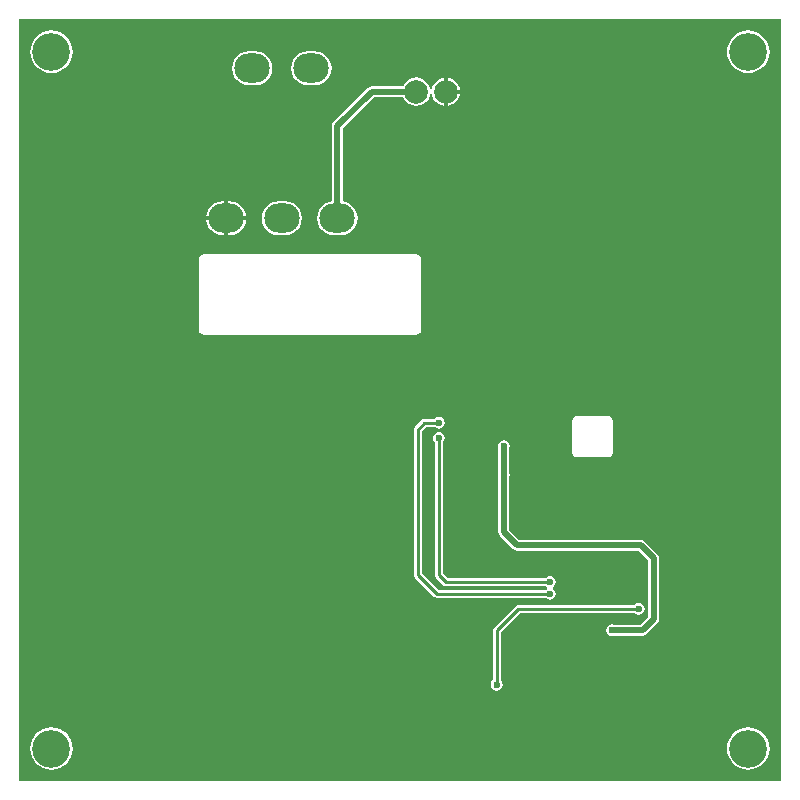
<source format=gbl>
G04*
G04 #@! TF.GenerationSoftware,Altium Limited,Altium Designer,21.8.1 (53)*
G04*
G04 Layer_Physical_Order=2*
G04 Layer_Color=16711680*
%FSLAX43Y43*%
%MOMM*%
G71*
G04*
G04 #@! TF.SameCoordinates,061CAFB7-BDB9-4B98-80DD-AB2B8D11B62C*
G04*
G04*
G04 #@! TF.FilePolarity,Positive*
G04*
G01*
G75*
%ADD36C,0.600*%
%ADD38C,3.200*%
%ADD59C,0.250*%
%ADD60C,0.500*%
%ADD61C,2.000*%
%ADD62O,3.000X2.500*%
%ADD63C,0.500*%
G36*
X64745Y255D02*
X255D01*
Y64745D01*
X64745D01*
Y255D01*
D02*
G37*
%LPC*%
G36*
X62000Y63809D02*
X61647Y63774D01*
X61308Y63671D01*
X60995Y63504D01*
X60721Y63279D01*
X60496Y63005D01*
X60329Y62692D01*
X60226Y62353D01*
X60191Y62000D01*
X60226Y61647D01*
X60329Y61308D01*
X60496Y60995D01*
X60721Y60721D01*
X60995Y60496D01*
X61308Y60329D01*
X61647Y60226D01*
X62000Y60191D01*
X62353Y60226D01*
X62692Y60329D01*
X63005Y60496D01*
X63279Y60721D01*
X63504Y60995D01*
X63671Y61308D01*
X63774Y61647D01*
X63809Y62000D01*
X63774Y62353D01*
X63671Y62692D01*
X63504Y63005D01*
X63279Y63279D01*
X63005Y63504D01*
X62692Y63671D01*
X62353Y63774D01*
X62000Y63809D01*
D02*
G37*
G36*
X3000D02*
X2647Y63774D01*
X2308Y63671D01*
X1995Y63504D01*
X1721Y63279D01*
X1496Y63005D01*
X1329Y62692D01*
X1226Y62353D01*
X1191Y62000D01*
X1226Y61647D01*
X1329Y61308D01*
X1496Y60995D01*
X1721Y60721D01*
X1995Y60496D01*
X2308Y60329D01*
X2647Y60226D01*
X3000Y60191D01*
X3353Y60226D01*
X3692Y60329D01*
X4005Y60496D01*
X4279Y60721D01*
X4504Y60995D01*
X4671Y61308D01*
X4774Y61647D01*
X4809Y62000D01*
X4774Y62353D01*
X4671Y62692D01*
X4504Y63005D01*
X4279Y63279D01*
X4005Y63504D01*
X3692Y63671D01*
X3353Y63774D01*
X3000Y63809D01*
D02*
G37*
G36*
X25250Y62063D02*
X24750D01*
X24371Y62013D01*
X24019Y61867D01*
X23716Y61634D01*
X23483Y61331D01*
X23337Y60979D01*
X23287Y60600D01*
X23337Y60221D01*
X23483Y59869D01*
X23716Y59566D01*
X24019Y59333D01*
X24371Y59187D01*
X24750Y59137D01*
X25250D01*
X25629Y59187D01*
X25981Y59333D01*
X26284Y59566D01*
X26517Y59869D01*
X26663Y60221D01*
X26713Y60600D01*
X26663Y60979D01*
X26517Y61331D01*
X26284Y61634D01*
X25981Y61867D01*
X25629Y62013D01*
X25250Y62063D01*
D02*
G37*
G36*
X20250D02*
X19750D01*
X19371Y62013D01*
X19019Y61867D01*
X18716Y61634D01*
X18483Y61331D01*
X18337Y60979D01*
X18287Y60600D01*
X18337Y60221D01*
X18483Y59869D01*
X18716Y59566D01*
X19019Y59333D01*
X19371Y59187D01*
X19750Y59137D01*
X20250D01*
X20629Y59187D01*
X20981Y59333D01*
X21284Y59566D01*
X21517Y59869D01*
X21663Y60221D01*
X21713Y60600D01*
X21663Y60979D01*
X21517Y61331D01*
X21284Y61634D01*
X20981Y61867D01*
X20629Y62013D01*
X20250Y62063D01*
D02*
G37*
G36*
X36561Y59802D02*
Y58790D01*
X37573D01*
X37555Y58928D01*
X37434Y59220D01*
X37242Y59470D01*
X36991Y59663D01*
X36699Y59784D01*
X36561Y59802D01*
D02*
G37*
G36*
X37573Y58440D02*
X36561D01*
Y57427D01*
X36699Y57446D01*
X36991Y57566D01*
X37242Y57759D01*
X37434Y58009D01*
X37555Y58301D01*
X37573Y58440D01*
D02*
G37*
G36*
X33886Y59825D02*
X33573Y59784D01*
X33281Y59663D01*
X33030Y59470D01*
X32838Y59220D01*
X32777Y59073D01*
X30115D01*
X29939Y59039D01*
X29790Y58939D01*
X26876Y56024D01*
X26776Y55876D01*
X26741Y55700D01*
Y49335D01*
X26571Y49313D01*
X26219Y49167D01*
X25916Y48934D01*
X25683Y48631D01*
X25537Y48279D01*
X25487Y47900D01*
X25537Y47521D01*
X25683Y47169D01*
X25916Y46866D01*
X26219Y46633D01*
X26571Y46487D01*
X26950Y46437D01*
X27450D01*
X27829Y46487D01*
X28181Y46633D01*
X28484Y46866D01*
X28717Y47169D01*
X28863Y47521D01*
X28913Y47900D01*
X28863Y48279D01*
X28717Y48631D01*
X28484Y48934D01*
X28181Y49167D01*
X27829Y49313D01*
X27659Y49335D01*
Y55510D01*
X30305Y58156D01*
X32777D01*
X32838Y58009D01*
X33030Y57759D01*
X33281Y57566D01*
X33573Y57446D01*
X33886Y57404D01*
X34199Y57446D01*
X34491Y57566D01*
X34742Y57759D01*
X34934Y58009D01*
X35055Y58301D01*
X35072Y58429D01*
X35200D01*
X35217Y58301D01*
X35338Y58009D01*
X35530Y57759D01*
X35781Y57566D01*
X36073Y57446D01*
X36211Y57427D01*
Y58615D01*
Y59802D01*
X36073Y59784D01*
X35781Y59663D01*
X35530Y59470D01*
X35338Y59220D01*
X35217Y58928D01*
X35200Y58800D01*
X35072D01*
X35055Y58928D01*
X34934Y59220D01*
X34742Y59470D01*
X34491Y59663D01*
X34199Y59784D01*
X33886Y59825D01*
D02*
G37*
G36*
X18050Y49363D02*
X17975D01*
Y48075D01*
X19489D01*
X19463Y48279D01*
X19317Y48631D01*
X19084Y48934D01*
X18781Y49167D01*
X18429Y49313D01*
X18050Y49363D01*
D02*
G37*
G36*
X17625D02*
X17550D01*
X17171Y49313D01*
X16819Y49167D01*
X16516Y48934D01*
X16283Y48631D01*
X16137Y48279D01*
X16111Y48075D01*
X17625D01*
Y49363D01*
D02*
G37*
G36*
X22750D02*
X22250D01*
X21871Y49313D01*
X21519Y49167D01*
X21216Y48934D01*
X20983Y48631D01*
X20837Y48279D01*
X20787Y47900D01*
X20837Y47521D01*
X20983Y47169D01*
X21216Y46866D01*
X21519Y46633D01*
X21871Y46487D01*
X22250Y46437D01*
X22750D01*
X23129Y46487D01*
X23481Y46633D01*
X23784Y46866D01*
X24017Y47169D01*
X24163Y47521D01*
X24213Y47900D01*
X24163Y48279D01*
X24017Y48631D01*
X23784Y48934D01*
X23481Y49167D01*
X23129Y49313D01*
X22750Y49363D01*
D02*
G37*
G36*
X19489Y47725D02*
X17975D01*
Y46437D01*
X18050D01*
X18429Y46487D01*
X18781Y46633D01*
X19084Y46866D01*
X19317Y47169D01*
X19463Y47521D01*
X19489Y47725D01*
D02*
G37*
G36*
X17625D02*
X16111D01*
X16137Y47521D01*
X16283Y47169D01*
X16516Y46866D01*
X16819Y46633D01*
X17171Y46487D01*
X17550Y46437D01*
X17625D01*
Y47725D01*
D02*
G37*
G36*
X33900Y44858D02*
X15900D01*
X15744Y44827D01*
X15612Y44738D01*
X15523Y44606D01*
X15492Y44450D01*
Y38450D01*
X15523Y38294D01*
X15612Y38162D01*
X15744Y38073D01*
X15900Y38042D01*
X33900D01*
X34056Y38073D01*
X34188Y38162D01*
X34277Y38294D01*
X34308Y38450D01*
Y44450D01*
X34277Y44606D01*
X34188Y44738D01*
X34056Y44827D01*
X33900Y44858D01*
D02*
G37*
G36*
X35800Y31110D02*
X35605Y31071D01*
X35440Y30960D01*
X35388Y30884D01*
X34552D01*
X34425Y30858D01*
X34318Y30786D01*
X33766Y30234D01*
X33694Y30127D01*
X33669Y30000D01*
Y17700D01*
X33694Y17573D01*
X33766Y17466D01*
X35366Y15866D01*
X35473Y15794D01*
X35600Y15769D01*
X44820D01*
X44840Y15740D01*
X45005Y15629D01*
X45200Y15590D01*
X45395Y15629D01*
X45560Y15740D01*
X45671Y15905D01*
X45710Y16100D01*
X45671Y16295D01*
X45560Y16460D01*
X45466Y16524D01*
Y16676D01*
X45560Y16740D01*
X45671Y16905D01*
X45710Y17100D01*
X45671Y17295D01*
X45560Y17460D01*
X45395Y17571D01*
X45200Y17610D01*
X45005Y17571D01*
X44840Y17460D01*
X44820Y17431D01*
X36537D01*
X36131Y17837D01*
Y28920D01*
X36160Y28940D01*
X36271Y29105D01*
X36310Y29300D01*
X36271Y29495D01*
X36160Y29660D01*
X35995Y29771D01*
X35800Y29810D01*
X35605Y29771D01*
X35440Y29660D01*
X35329Y29495D01*
X35290Y29300D01*
X35329Y29105D01*
X35440Y28940D01*
X35469Y28920D01*
Y17700D01*
X35494Y17573D01*
X35566Y17466D01*
X36166Y16866D01*
X36273Y16794D01*
X36400Y16769D01*
X44820D01*
X44840Y16740D01*
X44934Y16676D01*
Y16524D01*
X44840Y16460D01*
X44820Y16431D01*
X35737D01*
X34331Y17837D01*
Y29863D01*
X34689Y30221D01*
X35468D01*
X35605Y30129D01*
X35800Y30090D01*
X35995Y30129D01*
X36160Y30240D01*
X36271Y30405D01*
X36310Y30600D01*
X36271Y30795D01*
X36160Y30960D01*
X35995Y31071D01*
X35800Y31110D01*
D02*
G37*
G36*
X50100Y31158D02*
X47500D01*
X47344Y31127D01*
X47212Y31038D01*
X47123Y30906D01*
X47092Y30750D01*
Y28050D01*
X47123Y27894D01*
X47212Y27762D01*
X47344Y27673D01*
X47500Y27642D01*
X50100D01*
X50256Y27673D01*
X50388Y27762D01*
X50477Y27894D01*
X50508Y28050D01*
Y30750D01*
X50477Y30906D01*
X50388Y31038D01*
X50256Y31127D01*
X50100Y31158D01*
D02*
G37*
G36*
X52724Y15334D02*
X52529Y15295D01*
X52364Y15184D01*
X52344Y15155D01*
X42523D01*
X42396Y15130D01*
X42288Y15058D01*
X40466Y13236D01*
X40394Y13128D01*
X40369Y13001D01*
Y8780D01*
X40340Y8760D01*
X40229Y8595D01*
X40190Y8400D01*
X40229Y8205D01*
X40340Y8040D01*
X40505Y7929D01*
X40700Y7890D01*
X40895Y7929D01*
X41060Y8040D01*
X41171Y8205D01*
X41210Y8400D01*
X41171Y8595D01*
X41060Y8760D01*
X41031Y8780D01*
Y12864D01*
X42660Y14493D01*
X52344D01*
X52364Y14463D01*
X52529Y14353D01*
X52724Y14314D01*
X52920Y14353D01*
X53085Y14463D01*
X53195Y14629D01*
X53234Y14824D01*
X53195Y15019D01*
X53085Y15184D01*
X52920Y15295D01*
X52724Y15334D01*
D02*
G37*
G36*
X41300Y29110D02*
X41105Y29071D01*
X40940Y28960D01*
X40829Y28795D01*
X40790Y28600D01*
X40829Y28405D01*
X40841Y28387D01*
Y26413D01*
X40829Y26395D01*
X40790Y26200D01*
X40829Y26005D01*
X40841Y25987D01*
Y21300D01*
X40876Y21124D01*
X40976Y20976D01*
X42076Y19876D01*
X42224Y19776D01*
X42400Y19741D01*
X52710D01*
X53541Y18910D01*
Y14140D01*
X52860Y13459D01*
X50713D01*
X50695Y13471D01*
X50500Y13510D01*
X50305Y13471D01*
X50140Y13360D01*
X50029Y13195D01*
X49990Y13000D01*
X50029Y12805D01*
X50140Y12640D01*
X50305Y12529D01*
X50500Y12490D01*
X50695Y12529D01*
X50713Y12541D01*
X53050D01*
X53226Y12576D01*
X53374Y12676D01*
X54324Y13626D01*
X54424Y13774D01*
X54459Y13950D01*
Y19100D01*
X54424Y19276D01*
X54324Y19424D01*
X53224Y20524D01*
X53076Y20624D01*
X52900Y20659D01*
X42590D01*
X41759Y21490D01*
Y25987D01*
X41771Y26005D01*
X41810Y26200D01*
X41771Y26395D01*
X41759Y26413D01*
Y28387D01*
X41771Y28405D01*
X41810Y28600D01*
X41771Y28795D01*
X41660Y28960D01*
X41495Y29071D01*
X41300Y29110D01*
D02*
G37*
G36*
X62000Y4809D02*
X61647Y4774D01*
X61308Y4671D01*
X60995Y4504D01*
X60721Y4279D01*
X60496Y4005D01*
X60329Y3692D01*
X60226Y3353D01*
X60191Y3000D01*
X60226Y2647D01*
X60329Y2308D01*
X60496Y1995D01*
X60721Y1721D01*
X60995Y1496D01*
X61308Y1329D01*
X61647Y1226D01*
X62000Y1191D01*
X62353Y1226D01*
X62692Y1329D01*
X63005Y1496D01*
X63279Y1721D01*
X63504Y1995D01*
X63671Y2308D01*
X63774Y2647D01*
X63809Y3000D01*
X63774Y3353D01*
X63671Y3692D01*
X63504Y4005D01*
X63279Y4279D01*
X63005Y4504D01*
X62692Y4671D01*
X62353Y4774D01*
X62000Y4809D01*
D02*
G37*
G36*
X3000D02*
X2647Y4774D01*
X2308Y4671D01*
X1995Y4504D01*
X1721Y4279D01*
X1496Y4005D01*
X1329Y3692D01*
X1226Y3353D01*
X1191Y3000D01*
X1226Y2647D01*
X1329Y2308D01*
X1496Y1995D01*
X1721Y1721D01*
X1995Y1496D01*
X2308Y1329D01*
X2647Y1226D01*
X3000Y1191D01*
X3353Y1226D01*
X3692Y1329D01*
X4005Y1496D01*
X4279Y1721D01*
X4504Y1995D01*
X4671Y2308D01*
X4774Y2647D01*
X4809Y3000D01*
X4774Y3353D01*
X4671Y3692D01*
X4504Y4005D01*
X4279Y4279D01*
X4005Y4504D01*
X3692Y4671D01*
X3353Y4774D01*
X3000Y4809D01*
D02*
G37*
%LPD*%
D36*
X41300Y28600D02*
D03*
X50500Y13000D02*
D03*
X41300Y26200D02*
D03*
X52724Y14824D02*
D03*
X40700Y8400D02*
D03*
X45200Y17100D02*
D03*
Y16100D02*
D03*
X35800Y30600D02*
D03*
Y29300D02*
D03*
D38*
X62000Y62000D02*
D03*
X3000D02*
D03*
X62000Y3000D02*
D03*
X3000D02*
D03*
D59*
X34552Y30552D02*
X35752D01*
X34000Y30000D02*
X34552Y30552D01*
X34000Y17700D02*
Y30000D01*
Y17700D02*
X35600Y16100D01*
X42523Y14824D02*
X52724D01*
X40700Y13001D02*
X42523Y14824D01*
X40700Y8400D02*
Y13001D01*
X35800Y17700D02*
Y29300D01*
Y17700D02*
X36400Y17100D01*
X45200D01*
X35600Y16100D02*
X45200D01*
X35752Y30552D02*
X35800Y30600D01*
D60*
X53050Y13000D02*
X54000Y13950D01*
X52900Y20200D02*
X54000Y19100D01*
Y13950D02*
Y19100D01*
X41300Y26200D02*
Y28600D01*
Y21300D02*
Y26200D01*
Y21300D02*
X42400Y20200D01*
X52900D01*
X50500Y13000D02*
X53050D01*
X27200Y47900D02*
Y55700D01*
X30115Y58615D01*
X33886D01*
D61*
X36386D02*
D03*
X33886D02*
D03*
D62*
X20000Y60600D02*
D03*
X25000D02*
D03*
X27200Y47900D02*
D03*
X22500D02*
D03*
X17800D02*
D03*
D63*
X9200Y30100D02*
D03*
Y32600D02*
D03*
X12800Y50300D02*
D03*
X13260Y48840D02*
D03*
X15300Y50300D02*
D03*
X16600D02*
D03*
X17200Y3100D02*
D03*
X18900D02*
D03*
X38400Y47000D02*
D03*
X35900D02*
D03*
X12200Y40900D02*
D03*
X26100Y28100D02*
D03*
X31900Y36240D02*
D03*
Y33700D02*
D03*
X29400D02*
D03*
X24600Y34500D02*
D03*
X22100D02*
D03*
X44600Y39400D02*
D03*
X47100D02*
D03*
Y36900D02*
D03*
X48600Y51200D02*
D03*
X50100Y25800D02*
D03*
X47600D02*
D03*
Y23300D02*
D03*
X50100D02*
D03*
X38800Y58700D02*
D03*
X41300D02*
D03*
X42600Y54600D02*
D03*
X40100D02*
D03*
Y57100D02*
D03*
X42600D02*
D03*
X32000Y47000D02*
D03*
X34500D02*
D03*
X48600Y48700D02*
D03*
X46100D02*
D03*
Y51200D02*
D03*
X44600Y36900D02*
D03*
X61000Y26000D02*
D03*
X58500D02*
D03*
Y28500D02*
D03*
X61000D02*
D03*
Y29900D02*
D03*
X58500D02*
D03*
Y32400D02*
D03*
X61000D02*
D03*
X56100Y22000D02*
D03*
X53600D02*
D03*
Y24500D02*
D03*
X56100D02*
D03*
X30700Y10300D02*
D03*
X28200D02*
D03*
Y12800D02*
D03*
X30700D02*
D03*
X28400Y5000D02*
D03*
X30700D02*
D03*
X29400Y36200D02*
D03*
X20800Y28000D02*
D03*
X18300D02*
D03*
Y30500D02*
D03*
X20800D02*
D03*
X28600Y28100D02*
D03*
X26100Y30600D02*
D03*
X28600D02*
D03*
X24500Y24100D02*
D03*
X22000D02*
D03*
Y26600D02*
D03*
X24500D02*
D03*
X24600Y32000D02*
D03*
X22100D02*
D03*
X17900Y37000D02*
D03*
X20400D02*
D03*
X12800Y52800D02*
D03*
X15300D02*
D03*
X19100Y50300D02*
D03*
X16600Y52800D02*
D03*
X19100D02*
D03*
X15300Y46800D02*
D03*
X12800D02*
D03*
X15300Y49300D02*
D03*
X14700Y40900D02*
D03*
X12200Y43400D02*
D03*
X14700D02*
D03*
X17200Y4200D02*
D03*
X18900D02*
D03*
X16500Y9900D02*
D03*
X19000D02*
D03*
Y12400D02*
D03*
X16500D02*
D03*
X54600Y7900D02*
D03*
X57100D02*
D03*
X57300Y3300D02*
D03*
X54800D02*
D03*
X57300Y5900D02*
D03*
X54800D02*
D03*
X53500Y35400D02*
D03*
X56000D02*
D03*
X53500Y33500D02*
D03*
X56000D02*
D03*
M02*

</source>
